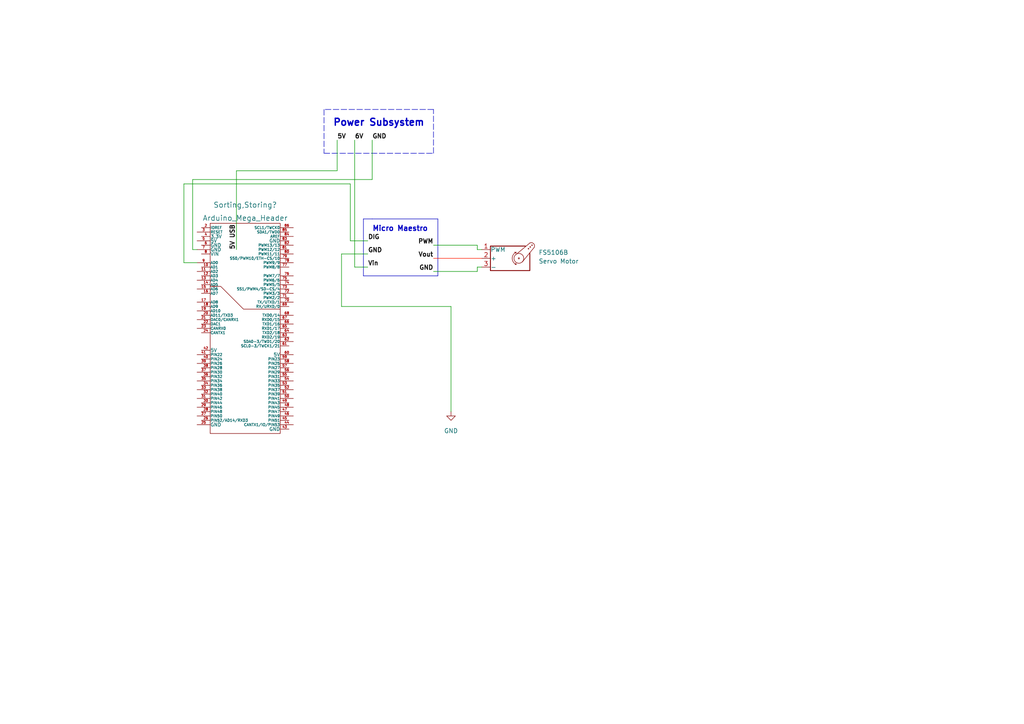
<source format=kicad_sch>
(kicad_sch (version 20211123) (generator eeschema)
  (paper "A4")
  (lib_symbols
    (symbol "Motor:Motor_Servo" (pin_names (offset 0.0254))
      (property "Reference" "M" (at -5.08 4.445 0))
      (property "Value" "Motor_Servo" (at -5.08 -4.064 0))
      (symbol "Motor_Servo_0_1"
        (polyline (pts (xy 2.413 -1.778) (xy 2.032 -1.778)))
        (polyline (pts (xy 2.413 -1.778) (xy 2.286 -1.397)))
        (polyline (pts (xy 2.413 1.778) (xy 1.905 1.778)))
        (polyline (pts (xy 2.413 1.778) (xy 2.286 1.397)))
        (polyline (pts (xy 6.35 4.445) (xy 2.54 1.27)))
        (polyline (pts (xy 7.62 3.175) (xy 4.191 -1.016)))
        (polyline (pts (xy 5.08 3.556) (xy -5.08 3.556) (xy -5.08 -3.556) (xy 6.35 -3.556) (xy 6.35 1.524)) (stroke (width 0.254)))
        (arc (start 2.413 1.778) (mid 1.2406 0) (end 2.413 -1.778))
        (circle (center 3.175 0) (radius 0.1778))
        (circle (center 3.175 0) (radius 1.4224))
        (circle (center 5.969 2.794) (radius 0.127))
        (circle (center 6.477 3.302) (radius 0.127))
        (circle (center 6.985 3.81) (radius 0.127))
        (arc (start 7.62 3.175) (mid 7.4485 4.2735) (end 6.35 4.445))
      )
      (symbol "Motor_Servo_1_1"
        (pin passive line (at -7.62 2.54 0) (length 2.54) (name "PWM") (number "1"))
        (pin passive line (at -7.62 0 0) (length 2.54) (name "+") (number "2"))
        (pin passive line (at -7.62 -2.54 0) (length 2.54) (name "-") (number "3"))
      )
    )
    (symbol "power:GND" (power) (pin_names (offset 0))
      (property "Value" "GND" (at 0 -3.81 0))
      (symbol "GND_0_1"
        (polyline (pts (xy 0 0) (xy 0 -1.27) (xy 1.27 -1.27) (xy 0 -2.54) (xy -1.27 -1.27) (xy 0 -1.27)))
      )
      (symbol "GND_1_1"
        (pin power_in line (at 0 0 270) (length 0) hide (name "GND") (number "1"))
      )
    )
    (symbol "w_connectors:Arduino_Mega_Header" (pin_names (offset 0.0254))
      (property "Reference" "J" (at 0 31.75 0))
      (property "Value" "Arduino_Mega_Header" (at 0 -31.75 0))
      (symbol "Arduino_Mega_Header_0_1"
        (polyline (pts (xy -8.636 12.192) (xy -9.652 12.192)))
        (polyline (pts (xy 10.16 5.588) (xy -0.508 5.588) (xy -7.112 12.192) (xy -10.16 12.192)))
        (rectangle (start 10.16 -30.48) (end -10.16 30.48))
      )
      (symbol "Arduino_Mega_Header_1_1"
        (pin passive line (at -12.7 17.78 0) (length 2.54) (name "AD1") (number "10"))
        (pin passive line (at -13.97 16.51 0) (length 3.81) (name "AD2") (number "11"))
        (pin passive line (at -12.7 15.24 0) (length 2.54) (name "AD3") (number "12"))
        (pin passive line (at -13.97 13.97 0) (length 3.81) (name "AD4") (number "13"))
        (pin passive line (at -12.7 12.7 0) (length 2.54) (name "AD5") (number "14"))
        (pin passive line (at -13.97 11.43 0) (length 3.81) (name "AD6") (number "15"))
        (pin passive line (at -12.7 10.16 0) (length 2.54) (name "AD7") (number "16"))
        (pin passive line (at -13.97 7.62 0) (length 3.81) (name "AD8") (number "17"))
        (pin passive line (at -12.7 6.35 0) (length 2.54) (name "AD9") (number "18"))
        (pin passive line (at -13.97 5.08 0) (length 3.81) (name "AD10") (number "19"))
        (pin passive line (at -12.7 29.21 0) (length 2.54) (name "IOREF") (number "2"))
        (pin passive line (at -12.7 3.81 0) (length 2.54) (name "AD11/TXD3") (number "20"))
        (pin passive line (at -13.97 2.54 0) (length 3.81) (name "DAC0/CANRX1") (number "21"))
        (pin passive line (at -12.7 1.27 0) (length 2.54) (name "DAC1") (number "22"))
        (pin passive line (at -13.97 0 0) (length 3.81) (name "CANRX0") (number "23"))
        (pin passive line (at -12.7 -1.27 0) (length 2.54) (name "CANTX1") (number "24"))
        (pin passive line (at -13.97 -27.94 0) (length 3.81) (name "GND") (number "25"))
        (pin passive line (at -12.7 -26.67 0) (length 2.54) (name "PIN52/AD14/RXD3") (number "26"))
        (pin passive line (at -13.97 -25.4 0) (length 3.81) (name "PIN50") (number "27"))
        (pin passive line (at -12.7 -24.13 0) (length 2.54) (name "PIN48") (number "28"))
        (pin passive line (at -13.97 -22.86 0) (length 3.81) (name "PIN46") (number "29"))
        (pin passive line (at -13.97 27.94 0) (length 3.81) (name "RESET") (number "3"))
        (pin passive line (at -12.7 -21.59 0) (length 2.54) (name "PIN44") (number "30"))
        (pin passive line (at -13.97 -20.32 0) (length 3.81) (name "PIN42") (number "31"))
        (pin passive line (at -12.7 -19.05 0) (length 2.54) (name "PIN40") (number "32"))
        (pin passive line (at -13.97 -17.78 0) (length 3.81) (name "PIN38") (number "33"))
        (pin passive line (at -12.7 -16.51 0) (length 2.54) (name "PIN36") (number "34"))
        (pin passive line (at -13.97 -15.24 0) (length 3.81) (name "PIN34") (number "35"))
        (pin passive line (at -12.7 -13.97 0) (length 2.54) (name "PIN32") (number "36"))
        (pin passive line (at -13.97 -12.7 0) (length 3.81) (name "PIN30") (number "37"))
        (pin passive line (at -12.7 -11.43 0) (length 2.54) (name "PIN28") (number "38"))
        (pin passive line (at -13.97 -10.16 0) (length 3.81) (name "PIN26") (number "39"))
        (pin passive line (at -12.7 26.67 0) (length 2.54) (name "3.3V") (number "4"))
        (pin passive line (at -12.7 -8.89 0) (length 2.54) (name "PIN24") (number "40"))
        (pin passive line (at -13.97 -7.62 0) (length 3.81) (name "PIN22") (number "41"))
        (pin passive line (at -12.7 -6.35 0) (length 2.54) (name "5V") (number "42"))
        (pin passive line (at 12.7 -29.21 180) (length 2.54) (name "GND") (number "43"))
        (pin passive line (at 13.97 -27.94 180) (length 3.81) (name "CANTX1/IO/PIN53") (number "44"))
        (pin passive line (at 12.7 -26.67 180) (length 2.54) (name "PIN51") (number "45"))
        (pin passive line (at 13.97 -25.4 180) (length 3.81) (name "PIN49") (number "46"))
        (pin passive line (at 12.7 -24.13 180) (length 2.54) (name "PIN47") (number "47"))
        (pin passive line (at 13.97 -22.86 180) (length 3.81) (name "PIN45") (number "48"))
        (pin passive line (at 12.7 -21.59 180) (length 2.54) (name "PIN43") (number "49"))
        (pin passive line (at -13.97 25.4 0) (length 3.81) (name "5V") (number "5"))
        (pin passive line (at 13.97 -20.32 180) (length 3.81) (name "PIN41") (number "50"))
        (pin passive line (at 12.7 -19.05 180) (length 2.54) (name "PIN39") (number "51"))
        (pin passive line (at 13.97 -17.78 180) (length 3.81) (name "PIN37") (number "52"))
        (pin passive line (at 12.7 -16.51 180) (length 2.54) (name "PIN35") (number "53"))
        (pin passive line (at 13.97 -15.24 180) (length 3.81) (name "PIN33") (number "54"))
        (pin passive line (at 12.7 -13.97 180) (length 2.54) (name "PIN31") (number "55"))
        (pin passive line (at 13.97 -12.7 180) (length 3.81) (name "PIN29") (number "56"))
        (pin passive line (at 12.7 -11.43 180) (length 2.54) (name "PIN27") (number "57"))
        (pin passive line (at 13.97 -10.16 180) (length 3.81) (name "PIN25") (number "58"))
        (pin passive line (at 12.7 -8.89 180) (length 2.54) (name "PIN23") (number "59"))
        (pin passive line (at -12.7 24.13 0) (length 2.54) (name "GND") (number "6"))
        (pin passive line (at 13.97 -7.62 180) (length 3.81) (name "5V") (number "60"))
        (pin passive line (at 12.7 -5.08 180) (length 2.54) (name "SCL0-3/TWCK1/21") (number "61"))
        (pin passive line (at 13.97 -3.81 180) (length 3.81) (name "SDA0-3/TWD1/20") (number "62"))
        (pin passive line (at 12.7 -2.54 180) (length 2.54) (name "RXD2/19") (number "63"))
        (pin passive line (at 13.97 -1.27 180) (length 3.81) (name "TXD2/18") (number "64"))
        (pin passive line (at 12.7 0 180) (length 2.54) (name "RXD1/17") (number "65"))
        (pin passive line (at 13.97 1.27 180) (length 3.81) (name "TXD1/16") (number "66"))
        (pin passive line (at 12.7 2.54 180) (length 2.54) (name "RXD0/15") (number "67"))
        (pin passive line (at 13.97 3.81 180) (length 3.81) (name "TXD0/14") (number "68"))
        (pin passive line (at 12.7 6.35 180) (length 2.54) (name "RX/URXD/0") (number "69"))
        (pin passive line (at -13.97 22.86 0) (length 3.81) (name "GND") (number "7"))
        (pin passive line (at 13.97 7.62 180) (length 3.81) (name "TX/UTXD/1") (number "70"))
        (pin passive line (at 12.7 8.89 180) (length 2.54) (name "PWM2/2") (number "71"))
        (pin passive line (at 13.97 10.16 180) (length 3.81) (name "PWM3/3") (number "72"))
        (pin passive line (at 12.7 11.43 180) (length 2.54) (name "SS1/PWM4/SD-CS/4") (number "73"))
        (pin passive line (at 13.97 12.7 180) (length 3.81) (name "PWM5/5") (number "74"))
        (pin passive line (at 12.7 13.97 180) (length 2.54) (name "PWM6/6") (number "75"))
        (pin passive line (at 13.97 15.24 180) (length 3.81) (name "PWM7/7") (number "76"))
        (pin passive line (at 12.7 17.78 180) (length 2.54) (name "PWM8/8") (number "77"))
        (pin passive line (at 13.97 19.05 180) (length 3.81) (name "PWM9/9") (number "78"))
        (pin passive line (at 12.7 20.32 180) (length 2.54) (name "SS0/PWM10/ETH-CS/10") (number "79"))
        (pin passive line (at -12.7 21.59 0) (length 2.54) (name "VIN") (number "8"))
        (pin passive line (at 13.97 21.59 180) (length 3.81) (name "PWM11/11") (number "80"))
        (pin passive line (at 12.7 22.86 180) (length 2.54) (name "PWM12/12") (number "81"))
        (pin passive line (at 13.97 24.13 180) (length 3.81) (name "PWM13/13") (number "82"))
        (pin passive line (at 12.7 25.4 180) (length 2.54) (name "GND") (number "83"))
        (pin passive line (at 13.97 26.67 180) (length 3.81) (name "AREF") (number "84"))
        (pin passive line (at 12.7 27.94 180) (length 2.54) (name "SDA1/TWD0") (number "85"))
        (pin passive line (at 13.97 29.21 180) (length 3.81) (name "SCL1/TWCK0") (number "86"))
        (pin passive line (at -13.97 19.05 0) (length 3.81) (name "AD0") (number "9"))
      )
    )
  )
  (polyline (pts (xy 107.95 63.5) (xy 127 63.5)) (stroke (width 0) (type solid)))
  (wire (pts (xy 55.88 52.07) (xy 55.88 72.39)))
  (wire (pts (xy 138.43 72.39) (xy 139.7 72.39)))
  (wire (pts (xy 130.81 88.9) (xy 130.81 119.38)))
  (wire (pts (xy 125.73 78.74) (xy 138.43 78.74)))
  (polyline (pts (xy 105.41 80.01) (xy 105.41 63.5)) (stroke (width 0) (type solid)))
  (wire (pts (xy 99.06 88.9) (xy 130.81 88.9)))
  (polyline (pts (xy 93.98 44.45) (xy 125.73 44.45)))
  (wire (pts (xy 57.15 76.2) (xy 53.34 76.2)))
  (wire (pts (xy 106.68 73.66) (xy 99.06 73.66)))
  (wire (pts (xy 53.34 76.2) (xy 53.34 53.34)))
  (wire (pts (xy 107.95 40.64) (xy 107.95 52.07)))
  (wire (pts (xy 138.43 71.12) (xy 138.43 72.39)))
  (polyline (pts (xy 127 80.01) (xy 105.41 80.01)) (stroke (width 0) (type solid)))
  (wire (pts (xy 102.87 40.64) (xy 102.87 77.47)))
  (wire (pts (xy 125.73 71.12) (xy 138.43 71.12)))
  (polyline (pts (xy 93.98 31.75) (xy 93.98 44.45)))
  (wire (pts (xy 99.06 73.66) (xy 99.06 88.9)))
  (polyline (pts (xy 127 63.5) (xy 127 80.01)) (stroke (width 0) (type solid)))
  (wire (pts (xy 125.73 74.93) (xy 139.7 74.93)) (stroke (width 0) (color 255 26 0 1)))
  (wire (pts (xy 53.34 53.34) (xy 101.6 53.34)))
  (wire (pts (xy 138.43 78.74) (xy 138.43 77.47)))
  (wire (pts (xy 68.58 49.53) (xy 68.58 72.39)))
  (wire (pts (xy 101.6 53.34) (xy 101.6 69.85)))
  (polyline (pts (xy 125.73 31.75) (xy 93.98 31.75)))
  (polyline (pts (xy 125.73 44.45) (xy 125.73 31.75)))
  (wire (pts (xy 97.79 49.53) (xy 68.58 49.53)))
  (wire (pts (xy 55.88 72.39) (xy 57.15 72.39)))
  (wire (pts (xy 102.87 77.47) (xy 106.68 77.47)))
  (wire (pts (xy 101.6 69.85) (xy 106.68 69.85)))
  (polyline (pts (xy 105.41 63.5) (xy 107.95 63.5)) (stroke (width 0) (type solid)))
  (wire (pts (xy 97.79 40.64) (xy 97.79 49.53)))
  (wire (pts (xy 138.43 77.47) (xy 139.7 77.47)))
  (wire (pts (xy 107.95 52.07) (xy 55.88 52.07)))
  (text "Power Subsystem" (at 96.52 36.83 0) (effects (font (size 2 2) (thickness 0.4) bold) (justify left bottom)))
  (text "Micro Maestro" (at 107.95 67.31 0) (effects (font (size 1.5 1.5) (thickness 0.3) bold) (justify left bottom)))
  (label "Vin" (at 106.68 77.47 0) (effects (font (thickness 0.254) bold)))
  (label "PWM" (at 125.73 71.12 180) (effects (font (thickness 0.254) bold)))
  (label "GND" (at 106.68 73.66 0) (effects (font (thickness 0.254) bold)))
  (label "5V" (at 97.79 40.64 0) (effects (font (thickness 0.254) bold)))
  (label "DIG" (at 106.68 69.85 0) (effects (font (thickness 0.254) bold)))
  (label "5V USB" (at 68.58 72.39 90) (effects (font (thickness 0.254) bold)))
  (label "GND" (at 107.95 40.64 0) (effects (font (thickness 0.254) bold)))
  (label "GND" (at 125.73 78.74 180) (effects (font (thickness 0.254) bold)))
  (label "Vout" (at 125.73 74.93 180) (effects (font (thickness 0.254) bold)))
  (label "6V" (at 102.87 40.64 0) (effects (font (thickness 0.254) bold)))
  (symbol (lib_id "Motor:Motor_Servo") (at 147.32 74.93 0) (unit 1)
    (property "Reference" "FS5106B" (at 156.21 73.2265 0) (effects (justify left)))
    (property "Value" "Servo Motor" (at 156.21 75.7665 0) (effects (justify left)))
    (property "Datasheet" "http://forums.parallax.com/uploads/attachments/46831/74481.png" (effects hide))
  )
  (symbol (lib_id "power:GND") (at 130.81 119.38 0) (unit 1)
    (property "Reference" "#PWR?" (effects hide))
    (property "Value" "GND" (at 130.81 124.968 0))
  )
  (symbol (lib_id "w_connectors:Arduino_Mega_Header") (at 71.12 95.25 0) (unit 1)
    (property "Reference" "Sorting,Storing?" (at 71.12 59.436 0) (effects (font (size 1.524 1.524))))
    (property "Value" "Arduino_Mega_Header" (at 71.12 63.246 0) (effects (font (size 1.524 1.524))))
  )
)
</source>
